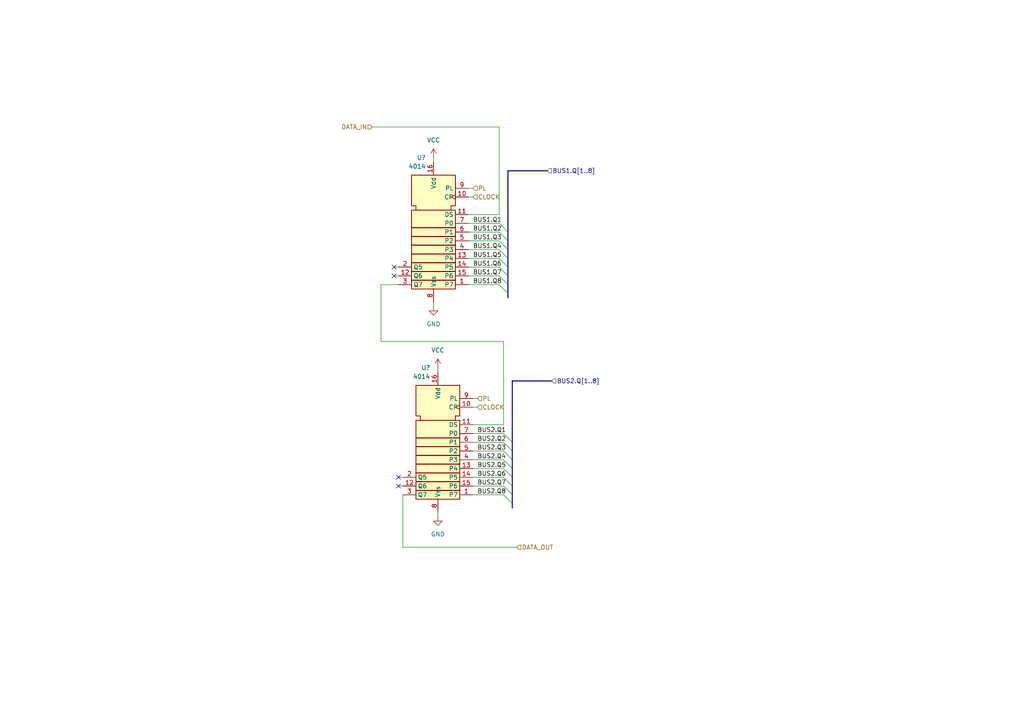
<source format=kicad_sch>
(kicad_sch (version 20230121) (generator eeschema)
  (paper "A4")
  (lib_symbols
    (symbol "4xxx_IEEE:4014"
      (property "Reference" "U" (at 7.62 11.43 0))
      (property "Value" "4014" (at 7.62 -17.78 0))
      (symbol "4014_0_1"
        (rectangle (start -6.35 -13.97) (end 6.35 -16.51) (stroke (width 0.254)) (fill (type background)))
        (rectangle (start -6.35 -11.43) (end 6.35 -13.97) (stroke (width 0.254)) (fill (type background)))
        (rectangle (start -6.35 -8.89) (end 6.35 -11.43) (stroke (width 0.254)) (fill (type background)))
        (rectangle (start -6.35 -6.35) (end 6.35 -8.89) (stroke (width 0.254)) (fill (type background)))
        (rectangle (start -6.35 -3.81) (end 6.35 -6.35) (stroke (width 0.254)) (fill (type background)))
        (rectangle (start -6.35 -1.27) (end 6.35 -3.81) (stroke (width 0.254)) (fill (type background)))
        (rectangle (start -6.35 1.27) (end 6.35 -1.27) (stroke (width 0.254)) (fill (type background)))
        (rectangle (start -6.35 6.35) (end 6.35 1.27) (stroke (width 0.254)) (fill (type background)))
        (polyline (pts (xy -5.08 6.35) (xy -5.08 7.62) (xy -6.35 7.62) (xy -6.35 16.51) (xy 6.35 16.51) (xy 6.35 7.62) (xy 5.08 7.62) (xy 5.08 6.35) (xy 5.08 6.35)) (stroke (width 0.254)) (fill (type background)))
      )
      (symbol "4014_1_1"
        (pin input line (at -10.16 -15.24 0) (length 3.81) (name "P7") (number "1"))
        (pin input clock (at -10.16 10.16 0) (length 3.81) (name "CP") (number "10"))
        (pin input line (at -10.16 5.08 0) (length 3.81) (name "DS") (number "11"))
        (pin output line (at 10.16 -12.7 180) (length 3.81) (name "Q6") (number "12"))
        (pin input line (at -10.16 -7.62 0) (length 3.81) (name "P4") (number "13"))
        (pin input line (at -10.16 -10.16 0) (length 3.81) (name "P5") (number "14"))
        (pin input line (at -10.16 -12.7 0) (length 3.81) (name "P6") (number "15"))
        (pin power_in line (at 0 20.32 270) (length 3.81) (name "Vdd") (number "16"))
        (pin output line (at 10.16 -10.16 180) (length 3.81) (name "Q5") (number "2"))
        (pin output line (at 10.16 -15.24 180) (length 3.81) (name "Q7") (number "3"))
        (pin input line (at -10.16 -5.08 0) (length 3.81) (name "P3") (number "4"))
        (pin input line (at -10.16 -2.54 0) (length 3.81) (name "P2") (number "5"))
        (pin input line (at -10.16 0 0) (length 3.81) (name "P1") (number "6"))
        (pin input line (at -10.16 2.54 0) (length 3.81) (name "P0") (number "7"))
        (pin power_in line (at 0 -20.32 90) (length 3.81) (name "Vss") (number "8"))
        (pin input line (at -10.16 12.7 0) (length 3.81) (name "PL") (number "9"))
      )
    )
    (symbol "power:GND" (power) (pin_names (offset 0))
      (property "Value" "GND" (at 0 -3.81 0))
      (symbol "GND_0_1"
        (polyline (pts (xy 0 0) (xy 0 -1.27) (xy 1.27 -1.27) (xy 0 -2.54) (xy -1.27 -1.27) (xy 0 -1.27)))
      )
      (symbol "GND_1_1"
        (pin power_in line (at 0 0 270) (length 0) hide (name "GND") (number "1"))
      )
    )
    (symbol "power:VCC" (power) (pin_names (offset 0))
      (property "Value" "VCC" (at 0 3.81 0))
      (symbol "VCC_0_1"
        (polyline (pts (xy -0.762 1.27) (xy 0 2.54)))
        (polyline (pts (xy 0 0) (xy 0 2.54)))
        (polyline (pts (xy 0 2.54) (xy 0.762 1.27)))
      )
      (symbol "VCC_1_1"
        (pin power_in line (at 0 0 90) (length 0) hide (name "VCC") (number "1"))
      )
    )
  )
  (no_connect (at 114.3 80.01))
  (no_connect (at 115.57 140.97))
  (no_connect (at 114.3 77.47))
  (no_connect (at 115.57 138.43))
  (bus_entry (at 144.78 64.77) (size 2.54 2.54))
  (bus_entry (at 146.05 140.97) (size 2.54 2.54))
  (bus_entry (at 146.05 138.43) (size 2.54 2.54))
  (bus_entry (at 146.05 125.73) (size 2.54 2.54))
  (bus_entry (at 144.78 77.47) (size 2.54 2.54))
  (bus_entry (at 144.78 82.55) (size 2.54 2.54))
  (bus_entry (at 146.05 130.81) (size 2.54 2.54))
  (bus_entry (at 144.78 67.31) (size 2.54 2.54))
  (bus_entry (at 144.78 69.85) (size 2.54 2.54))
  (bus_entry (at 146.05 135.89) (size 2.54 2.54))
  (bus_entry (at 144.78 74.93) (size 2.54 2.54))
  (bus_entry (at 144.78 80.01) (size 2.54 2.54))
  (bus_entry (at 146.05 143.51) (size 2.54 2.54))
  (bus_entry (at 144.78 72.39) (size 2.54 2.54))
  (bus_entry (at 146.05 133.35) (size 2.54 2.54))
  (bus_entry (at 146.05 128.27) (size 2.54 2.54))
  (wire (pts (xy 116.84 158.75) (xy 149.86 158.75)))
  (wire (pts (xy 107.95 36.83) (xy 144.78 36.83)))
  (wire (pts (xy 135.89 77.47) (xy 144.78 77.47)))
  (bus (pts (xy 148.59 143.51) (xy 148.59 140.97)))
  (bus (pts (xy 147.32 72.39) (xy 147.32 69.85)))
  (wire (pts (xy 135.89 69.85) (xy 144.78 69.85)))
  (bus (pts (xy 147.32 49.53) (xy 158.75 49.53)))
  (wire (pts (xy 110.49 82.55) (xy 110.49 99.06)))
  (wire (pts (xy 135.89 64.77) (xy 144.78 64.77)))
  (bus (pts (xy 148.59 140.97) (xy 148.59 138.43)))
  (wire (pts (xy 115.57 140.97) (xy 116.84 140.97)))
  (bus (pts (xy 148.59 147.32) (xy 148.59 146.05)))
  (wire (pts (xy 135.89 57.15) (xy 137.16 57.15)))
  (bus (pts (xy 147.32 77.47) (xy 147.32 74.93)))
  (wire (pts (xy 127 148.59) (xy 127 149.86)))
  (wire (pts (xy 137.16 118.11) (xy 138.43 118.11)))
  (wire (pts (xy 137.16 115.57) (xy 138.43 115.57)))
  (wire (pts (xy 135.89 74.93) (xy 144.78 74.93)))
  (wire (pts (xy 135.89 80.01) (xy 144.78 80.01)))
  (wire (pts (xy 135.89 54.61) (xy 137.16 54.61)))
  (wire (pts (xy 116.84 143.51) (xy 116.84 158.75)))
  (wire (pts (xy 137.16 143.51) (xy 146.05 143.51)))
  (bus (pts (xy 147.32 85.09) (xy 147.32 82.55)))
  (wire (pts (xy 115.57 82.55) (xy 110.49 82.55)))
  (bus (pts (xy 148.59 146.05) (xy 148.59 143.51)))
  (bus (pts (xy 148.59 133.35) (xy 148.59 130.81)))
  (wire (pts (xy 137.16 135.89) (xy 146.05 135.89)))
  (wire (pts (xy 127 106.68) (xy 127 107.95)))
  (wire (pts (xy 137.16 128.27) (xy 146.05 128.27)))
  (wire (pts (xy 146.05 99.06) (xy 146.05 123.19)))
  (bus (pts (xy 147.32 67.31) (xy 147.32 49.53)))
  (wire (pts (xy 144.78 62.23) (xy 135.89 62.23)))
  (wire (pts (xy 137.16 133.35) (xy 146.05 133.35)))
  (bus (pts (xy 148.59 135.89) (xy 148.59 133.35)))
  (bus (pts (xy 148.59 110.49) (xy 160.02 110.49)))
  (bus (pts (xy 147.32 86.36) (xy 147.32 85.09)))
  (bus (pts (xy 147.32 74.93) (xy 147.32 72.39)))
  (wire (pts (xy 137.16 130.81) (xy 146.05 130.81)))
  (wire (pts (xy 114.3 80.01) (xy 115.57 80.01)))
  (wire (pts (xy 115.57 138.43) (xy 116.84 138.43)))
  (wire (pts (xy 135.89 82.55) (xy 144.78 82.55)))
  (wire (pts (xy 125.73 45.72) (xy 125.73 46.99)))
  (bus (pts (xy 148.59 130.81) (xy 148.59 128.27)))
  (bus (pts (xy 148.59 128.27) (xy 148.59 110.49)))
  (wire (pts (xy 125.73 87.63) (xy 125.73 88.9)))
  (wire (pts (xy 110.49 99.06) (xy 146.05 99.06)))
  (bus (pts (xy 148.59 138.43) (xy 148.59 135.89)))
  (wire (pts (xy 137.16 140.97) (xy 146.05 140.97)))
  (bus (pts (xy 147.32 82.55) (xy 147.32 80.01)))
  (wire (pts (xy 137.16 138.43) (xy 146.05 138.43)))
  (bus (pts (xy 147.32 80.01) (xy 147.32 77.47)))
  (wire (pts (xy 146.05 123.19) (xy 137.16 123.19)))
  (wire (pts (xy 137.16 125.73) (xy 146.05 125.73)))
  (bus (pts (xy 147.32 69.85) (xy 147.32 67.31)))
  (wire (pts (xy 114.3 77.47) (xy 115.57 77.47)))
  (wire (pts (xy 135.89 67.31) (xy 144.78 67.31)))
  (wire (pts (xy 135.89 72.39) (xy 144.78 72.39)))
  (wire (pts (xy 144.78 36.83) (xy 144.78 62.23)))
  (label "BUS1.Q3" (at 137.16 69.85 0))
  (label "BUS1.Q1" (at 137.16 64.77 0))
  (label "BUS1.Q5" (at 137.16 74.93 0))
  (label "BUS2.Q6" (at 138.43 138.43 0))
  (label "BUS2.Q1" (at 138.43 125.73 0))
  (label "BUS1.Q7" (at 137.16 80.01 0))
  (label "BUS1.Q8" (at 137.16 82.55 0))
  (label "BUS2.Q7" (at 138.43 140.97 0))
  (label "BUS1.Q4" (at 137.16 72.39 0))
  (label "BUS2.Q4" (at 138.43 133.35 0))
  (label "BUS2.Q3" (at 138.43 130.81 0))
  (label "BUS2.Q2" (at 138.43 128.27 0))
  (label "BUS2.Q5" (at 138.43 135.89 0))
  (label "BUS1.Q2" (at 137.16 67.31 0))
  (label "BUS1.Q6" (at 137.16 77.47 0))
  (label "BUS2.Q8" (at 138.43 143.51 0))
  (hierarchical_label "CLOCK" (shape input) (at 137.16 57.15 0))
  (hierarchical_label "PL" (shape input) (at 137.16 54.61 0))
  (hierarchical_label "BUS1.Q[1..8]" (shape input) (at 158.75 49.53 0))
  (hierarchical_label "BUS2.Q[1..8]" (shape input) (at 160.02 110.49 0))
  (hierarchical_label "DATA_IN" (shape input) (at 107.95 36.83 180))
  (hierarchical_label "DATA_OUT" (shape input) (at 149.86 158.75 0))
  (hierarchical_label "PL" (shape input) (at 138.43 115.57 0))
  (hierarchical_label "CLOCK" (shape input) (at 138.43 118.11 0))
  (symbol (lib_id "power:VCC") (at 127 106.68 0) (unit 1)
    (property "Reference" "#PWR02002" (effects hide))
    (property "Value" "VCC" (at 127 101.6 0))
  )
  (symbol (lib_id "4xxx_IEEE:4014") (at 127 128.27 0) (mirror y) (unit 1)
    (property "Reference" "U?" (at 124.8059 106.68 0) (effects (justify left)))
    (property "Value" "4014" (at 124.8059 109.22 0) (effects (justify left)))
    (property "Footprint" "Package_SO:SOIC-16_3.9x9.9mm_P1.27mm" (effects hide))
    (property "Datasheet" "https://datasheet.lcsc.com/lcsc/2003172043_Texas-Instruments-CD4014BM96_C496106.pdf" (effects hide))
    (property "JLCPCB Part#" "C496106" (effects hide))
    (instances (project "OS-S88n" (path "" (reference "U?") (unit 1)) (path "" (reference "U2002") (unit 1))))
  )
  (symbol (lib_id "power:GND") (at 127 149.86 0) (unit 1)
    (property "Reference" "#PWR02004" (effects hide))
    (property "Value" "GND" (at 127 154.94 0))
  )
  (symbol (lib_id "power:GND") (at 125.73 88.9 0) (unit 1)
    (property "Reference" "#PWR02003" (effects hide))
    (property "Value" "GND" (at 125.73 93.98 0))
  )
  (symbol (lib_id "4xxx_IEEE:4014") (at 125.73 67.31 0) (mirror y) (unit 1)
    (property "Reference" "U?" (at 123.5359 45.72 0) (effects (justify left)))
    (property "Value" "4014" (at 123.5359 48.26 0) (effects (justify left)))
    (property "Footprint" "Package_SO:SOIC-16_3.9x9.9mm_P1.27mm" (effects hide))
    (property "Datasheet" "https://datasheet.lcsc.com/lcsc/2003172043_Texas-Instruments-CD4014BM96_C496106.pdf" (effects hide))
    (property "JLCPCB Part#" "C496106" (effects hide))
    (instances (project "OS-S88n" (path "" (reference "U?") (unit 1)) (path "" (reference "U2001") (unit 1))))
  )
  (symbol (lib_id "power:VCC") (at 125.73 45.72 0) (unit 1)
    (property "Reference" "#PWR02001" (effects hide))
    (property "Value" "VCC" (at 125.73 40.64 0))
  )
)
</source>
